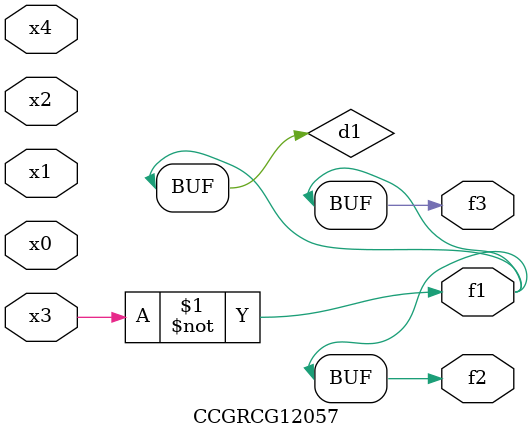
<source format=v>
module CCGRCG12057(
	input x0, x1, x2, x3, x4,
	output f1, f2, f3
);

	wire d1, d2;

	xnor (d1, x3);
	not (d2, x1);
	assign f1 = d1;
	assign f2 = d1;
	assign f3 = d1;
endmodule

</source>
